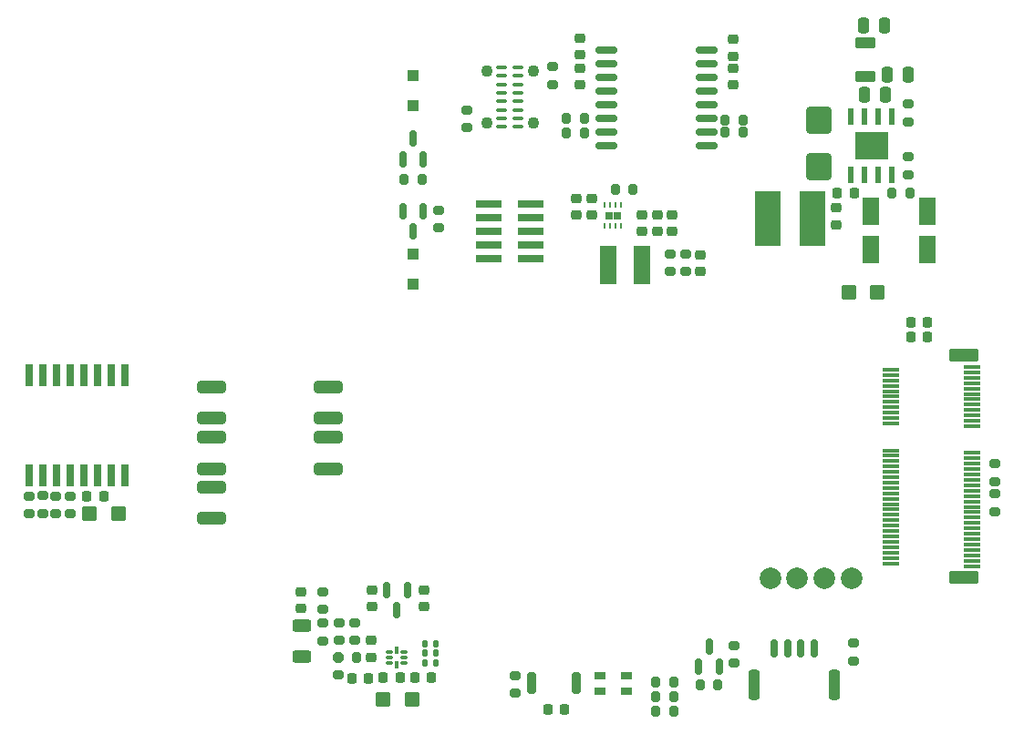
<source format=gbr>
%TF.GenerationSoftware,KiCad,Pcbnew,7.0.9*%
%TF.CreationDate,2024-05-06T20:13:39+08:00*%
%TF.ProjectId,power_monitor_v0.1,706f7765-725f-46d6-9f6e-69746f725f76,rev?*%
%TF.SameCoordinates,Original*%
%TF.FileFunction,Paste,Top*%
%TF.FilePolarity,Positive*%
%FSLAX46Y46*%
G04 Gerber Fmt 4.6, Leading zero omitted, Abs format (unit mm)*
G04 Created by KiCad (PCBNEW 7.0.9) date 2024-05-06 20:13:39*
%MOMM*%
%LPD*%
G01*
G04 APERTURE LIST*
G04 Aperture macros list*
%AMRoundRect*
0 Rectangle with rounded corners*
0 $1 Rounding radius*
0 $2 $3 $4 $5 $6 $7 $8 $9 X,Y pos of 4 corners*
0 Add a 4 corners polygon primitive as box body*
4,1,4,$2,$3,$4,$5,$6,$7,$8,$9,$2,$3,0*
0 Add four circle primitives for the rounded corners*
1,1,$1+$1,$2,$3*
1,1,$1+$1,$4,$5*
1,1,$1+$1,$6,$7*
1,1,$1+$1,$8,$9*
0 Add four rect primitives between the rounded corners*
20,1,$1+$1,$2,$3,$4,$5,0*
20,1,$1+$1,$4,$5,$6,$7,0*
20,1,$1+$1,$6,$7,$8,$9,0*
20,1,$1+$1,$8,$9,$2,$3,0*%
G04 Aperture macros list end*
%ADD10RoundRect,0.225000X-0.250000X0.225000X-0.250000X-0.225000X0.250000X-0.225000X0.250000X0.225000X0*%
%ADD11RoundRect,0.200000X-0.200000X-0.800000X0.200000X-0.800000X0.200000X0.800000X-0.200000X0.800000X0*%
%ADD12RoundRect,0.200000X0.200000X0.275000X-0.200000X0.275000X-0.200000X-0.275000X0.200000X-0.275000X0*%
%ADD13RoundRect,0.200000X-0.275000X0.200000X-0.275000X-0.200000X0.275000X-0.200000X0.275000X0.200000X0*%
%ADD14RoundRect,0.200000X0.275000X-0.200000X0.275000X0.200000X-0.275000X0.200000X-0.275000X-0.200000X0*%
%ADD15RoundRect,0.225000X-0.225000X-0.250000X0.225000X-0.250000X0.225000X0.250000X-0.225000X0.250000X0*%
%ADD16RoundRect,0.075000X-0.425000X0.075000X-0.425000X-0.075000X0.425000X-0.075000X0.425000X0.075000X0*%
%ADD17C,1.100000*%
%ADD18RoundRect,0.150000X0.150000X-0.587500X0.150000X0.587500X-0.150000X0.587500X-0.150000X-0.587500X0*%
%ADD19RoundRect,0.200000X-0.200000X-0.275000X0.200000X-0.275000X0.200000X0.275000X-0.200000X0.275000X0*%
%ADD20RoundRect,0.250000X-1.075000X0.312500X-1.075000X-0.312500X1.075000X-0.312500X1.075000X0.312500X0*%
%ADD21R,1.000000X0.800000*%
%ADD22RoundRect,0.135000X-0.135000X-0.185000X0.135000X-0.185000X0.135000X0.185000X-0.135000X0.185000X0*%
%ADD23RoundRect,0.250000X0.550000X-1.050000X0.550000X1.050000X-0.550000X1.050000X-0.550000X-1.050000X0*%
%ADD24RoundRect,0.250000X-0.250000X-0.475000X0.250000X-0.475000X0.250000X0.475000X-0.250000X0.475000X0*%
%ADD25RoundRect,0.225000X0.250000X-0.225000X0.250000X0.225000X-0.250000X0.225000X-0.250000X-0.225000X0*%
%ADD26RoundRect,0.250000X-0.450000X-0.425000X0.450000X-0.425000X0.450000X0.425000X-0.450000X0.425000X0*%
%ADD27R,2.400000X0.740000*%
%ADD28RoundRect,0.150000X-0.150000X0.587500X-0.150000X-0.587500X0.150000X-0.587500X0.150000X0.587500X0*%
%ADD29R,0.650000X0.750000*%
%ADD30R,0.250000X0.500000*%
%ADD31R,2.350000X5.100000*%
%ADD32RoundRect,0.225000X0.225000X0.250000X-0.225000X0.250000X-0.225000X-0.250000X0.225000X-0.250000X0*%
%ADD33RoundRect,0.150000X-0.875000X-0.150000X0.875000X-0.150000X0.875000X0.150000X-0.875000X0.150000X0*%
%ADD34RoundRect,0.250000X-0.300000X0.300000X-0.300000X-0.300000X0.300000X-0.300000X0.300000X0.300000X0*%
%ADD35R,1.500000X3.600000*%
%ADD36R,0.600000X1.550000*%
%ADD37R,3.100000X2.600000*%
%ADD38RoundRect,0.250000X-0.625000X0.312500X-0.625000X-0.312500X0.625000X-0.312500X0.625000X0.312500X0*%
%ADD39RoundRect,0.150000X0.150000X0.700000X-0.150000X0.700000X-0.150000X-0.700000X0.150000X-0.700000X0*%
%ADD40RoundRect,0.250000X0.250000X1.150000X-0.250000X1.150000X-0.250000X-1.150000X0.250000X-1.150000X0*%
%ADD41RoundRect,0.250000X-0.700000X0.275000X-0.700000X-0.275000X0.700000X-0.275000X0.700000X0.275000X0*%
%ADD42RoundRect,0.007500X0.267500X0.117500X-0.267500X0.117500X-0.267500X-0.117500X0.267500X-0.117500X0*%
%ADD43RoundRect,0.006000X0.269000X0.094000X-0.269000X0.094000X-0.269000X-0.094000X0.269000X-0.094000X0*%
%ADD44RoundRect,0.012000X-0.138000X0.288000X-0.138000X-0.288000X0.138000X-0.288000X0.138000X0.288000X0*%
%ADD45RoundRect,0.250000X-0.900000X1.000000X-0.900000X-1.000000X0.900000X-1.000000X0.900000X1.000000X0*%
%ADD46RoundRect,0.036000X-0.739000X0.114000X-0.739000X-0.114000X0.739000X-0.114000X0.739000X0.114000X0*%
%ADD47C,2.000000*%
%ADD48RoundRect,0.252000X-1.123000X0.348000X-1.123000X-0.348000X1.123000X-0.348000X1.123000X0.348000X0*%
%ADD49RoundRect,0.250000X0.300000X-0.300000X0.300000X0.300000X-0.300000X0.300000X-0.300000X-0.300000X0*%
%ADD50RoundRect,0.042000X-0.258000X0.988000X-0.258000X-0.988000X0.258000X-0.988000X0.258000X0.988000X0*%
G04 APERTURE END LIST*
D10*
%TO.C,C26*%
X181100000Y-83125000D03*
X181100000Y-84675000D03*
%TD*%
D11*
%TO.C,RESET1*%
X162400000Y-143000000D03*
X166600000Y-143000000D03*
%TD*%
D12*
%TO.C,R2*%
X197525000Y-97375000D03*
X195875000Y-97375000D03*
%TD*%
D13*
%TO.C,R37*%
X115800000Y-125575000D03*
X115800000Y-127225000D03*
%TD*%
%TO.C,R15*%
X146025000Y-137355000D03*
X146025000Y-139005000D03*
%TD*%
D14*
%TO.C,R13*%
X143025000Y-139030000D03*
X143025000Y-137380000D03*
%TD*%
D15*
%TO.C,C4*%
X190825000Y-97375000D03*
X192375000Y-97375000D03*
%TD*%
D16*
%TO.C,J8*%
X161160000Y-85720000D03*
X161160000Y-86510000D03*
X161160000Y-87300000D03*
X161160000Y-88090000D03*
X161160000Y-88880000D03*
X161160000Y-89670000D03*
X161160000Y-90460000D03*
X161160000Y-91250000D03*
X159640000Y-91250000D03*
X159640000Y-90460000D03*
X159640000Y-89670000D03*
X159640000Y-88880000D03*
X159640000Y-88090000D03*
X159640000Y-87300000D03*
X159640000Y-86510000D03*
X159640000Y-85720000D03*
D17*
X162550000Y-86100000D03*
X158250000Y-86100000D03*
X162550000Y-90900000D03*
X158250000Y-90900000D03*
%TD*%
D18*
%TO.C,Q2*%
X150450000Y-94237500D03*
X152350000Y-94237500D03*
X151400000Y-92362500D03*
%TD*%
D14*
%TO.C,R12*%
X143015000Y-136105000D03*
X143015000Y-134455000D03*
%TD*%
D19*
%TO.C,R6*%
X170175000Y-97100000D03*
X171825000Y-97100000D03*
%TD*%
D14*
%TO.C,R34*%
X156400000Y-91325000D03*
X156400000Y-89675000D03*
%TD*%
D20*
%TO.C,R21*%
X143500000Y-120137500D03*
X143500000Y-123062500D03*
%TD*%
D21*
%TO.C,D4*%
X171250000Y-143700000D03*
X168750000Y-143700000D03*
X168750000Y-142300000D03*
X171250000Y-142300000D03*
%TD*%
D10*
%TO.C,C7*%
X190700000Y-98800000D03*
X190700000Y-100350000D03*
%TD*%
D22*
%TO.C,R9*%
X152515000Y-141080000D03*
X153535000Y-141080000D03*
%TD*%
D19*
%TO.C,R38*%
X178075000Y-143100000D03*
X179725000Y-143100000D03*
%TD*%
D23*
%TO.C,C5*%
X193900000Y-102675000D03*
X193900000Y-99075000D03*
%TD*%
D12*
%TO.C,R23*%
X152225000Y-96100000D03*
X150575000Y-96100000D03*
%TD*%
D13*
%TO.C,R36*%
X117000000Y-125550000D03*
X117000000Y-127200000D03*
%TD*%
D24*
%TO.C,C1*%
X193250000Y-81800000D03*
X195150000Y-81800000D03*
%TD*%
D15*
%TO.C,C25*%
X163925000Y-145400000D03*
X165475000Y-145400000D03*
%TD*%
D13*
%TO.C,R39*%
X181200000Y-139475000D03*
X181200000Y-141125000D03*
%TD*%
D19*
%TO.C,R33*%
X165675000Y-90500000D03*
X167325000Y-90500000D03*
%TD*%
D23*
%TO.C,C6*%
X199200000Y-102675000D03*
X199200000Y-99075000D03*
%TD*%
D25*
%TO.C,C8*%
X152425000Y-135855000D03*
X152425000Y-134305000D03*
%TD*%
D13*
%TO.C,R41*%
X144500000Y-140575000D03*
X144500000Y-142225000D03*
%TD*%
D24*
%TO.C,C2*%
X195460000Y-86390000D03*
X197360000Y-86390000D03*
%TD*%
D14*
%TO.C,R7*%
X205400000Y-124225000D03*
X205400000Y-122575000D03*
%TD*%
D13*
%TO.C,R42*%
X205400000Y-125375000D03*
X205400000Y-127025000D03*
%TD*%
D25*
%TO.C,C14*%
X168000000Y-99475000D03*
X168000000Y-97925000D03*
%TD*%
D19*
%TO.C,R28*%
X180375000Y-90600000D03*
X182025000Y-90600000D03*
%TD*%
D26*
%TO.C,C20*%
X121400000Y-127250000D03*
X124100000Y-127250000D03*
%TD*%
D10*
%TO.C,C13*%
X174100000Y-99450000D03*
X174100000Y-101000000D03*
%TD*%
D14*
%TO.C,R32*%
X160900000Y-143925000D03*
X160900000Y-142275000D03*
%TD*%
D27*
%TO.C,J9*%
X158450000Y-98460000D03*
X162350000Y-98460000D03*
X158450000Y-99730000D03*
X162350000Y-99730000D03*
X158450000Y-101000000D03*
X162350000Y-101000000D03*
X158450000Y-102270000D03*
X162350000Y-102270000D03*
X158450000Y-103540000D03*
X162350000Y-103540000D03*
%TD*%
D28*
%TO.C,U3*%
X150875000Y-134342500D03*
X148975000Y-134342500D03*
X149925000Y-136217500D03*
%TD*%
D26*
%TO.C,C16*%
X148650000Y-144500000D03*
X151350000Y-144500000D03*
%TD*%
D13*
%TO.C,R30*%
X119600000Y-125575000D03*
X119600000Y-127225000D03*
%TD*%
D15*
%TO.C,C24*%
X197625000Y-110800000D03*
X199175000Y-110800000D03*
%TD*%
D24*
%TO.C,C3*%
X193350000Y-88300000D03*
X195250000Y-88300000D03*
%TD*%
D29*
%TO.C,U5*%
X169580000Y-99495000D03*
X170380000Y-99495000D03*
D30*
X169230000Y-100445000D03*
X169730000Y-100445000D03*
X170230000Y-100445000D03*
X170730000Y-100445000D03*
X170730000Y-98545000D03*
X170230000Y-98545000D03*
X169730000Y-98545000D03*
X169230000Y-98545000D03*
%TD*%
D13*
%TO.C,R40*%
X192300000Y-139275000D03*
X192300000Y-140925000D03*
%TD*%
D31*
%TO.C,L1*%
X184325000Y-99750000D03*
X188475000Y-99750000D03*
%TD*%
D28*
%TO.C,Q1*%
X152350000Y-99062500D03*
X150450000Y-99062500D03*
X151400000Y-100937500D03*
%TD*%
D32*
%TO.C,C17*%
X150200000Y-142480000D03*
X148650000Y-142480000D03*
%TD*%
D18*
%TO.C,Q3*%
X177950000Y-141437500D03*
X179850000Y-141437500D03*
X178900000Y-139562500D03*
%TD*%
D13*
%TO.C,R4*%
X176700000Y-103075000D03*
X176700000Y-104725000D03*
%TD*%
D15*
%TO.C,C22*%
X197625000Y-109400000D03*
X199175000Y-109400000D03*
%TD*%
D13*
%TO.C,R14*%
X144525000Y-137355000D03*
X144525000Y-139005000D03*
%TD*%
D33*
%TO.C,U7*%
X169350000Y-84155000D03*
X169350000Y-85425000D03*
X169350000Y-86695000D03*
X169350000Y-87965000D03*
X169350000Y-89235000D03*
X169350000Y-90505000D03*
X169350000Y-91775000D03*
X169350000Y-93045000D03*
X178650000Y-93045000D03*
X178650000Y-91775000D03*
X178650000Y-90505000D03*
X178650000Y-89235000D03*
X178650000Y-87965000D03*
X178650000Y-86695000D03*
X178650000Y-85425000D03*
X178650000Y-84155000D03*
%TD*%
D13*
%TO.C,R1*%
X197400000Y-89150000D03*
X197400000Y-90800000D03*
%TD*%
D10*
%TO.C,C18*%
X141025000Y-134505000D03*
X141025000Y-136055000D03*
%TD*%
D32*
%TO.C,C31*%
X147275000Y-142500000D03*
X145725000Y-142500000D03*
%TD*%
D34*
%TO.C,D3*%
X151400000Y-86500000D03*
X151400000Y-89300000D03*
%TD*%
D25*
%TO.C,C27*%
X166900000Y-87375000D03*
X166900000Y-85825000D03*
%TD*%
D32*
%TO.C,C30*%
X153100000Y-142480000D03*
X151550000Y-142480000D03*
%TD*%
D35*
%TO.C,L2*%
X169575000Y-104100000D03*
X172625000Y-104100000D03*
%TD*%
D36*
%TO.C,U4*%
X192095000Y-95675000D03*
X193365000Y-95675000D03*
X194635000Y-95675000D03*
X195905000Y-95675000D03*
X195905000Y-90275000D03*
X194635000Y-90275000D03*
X193365000Y-90275000D03*
X192095000Y-90275000D03*
D37*
X194000000Y-92975000D03*
%TD*%
D25*
%TO.C,C15*%
X166600000Y-99475000D03*
X166600000Y-97925000D03*
%TD*%
D13*
%TO.C,R29*%
X118200000Y-125575000D03*
X118200000Y-127225000D03*
%TD*%
D38*
%TO.C,R11*%
X141125000Y-137617500D03*
X141125000Y-140542500D03*
%TD*%
D10*
%TO.C,C12*%
X175500000Y-99425000D03*
X175500000Y-100975000D03*
%TD*%
D22*
%TO.C,R10*%
X152515000Y-139280000D03*
X153535000Y-139280000D03*
%TD*%
D19*
%TO.C,R26*%
X173975000Y-144200000D03*
X175625000Y-144200000D03*
%TD*%
D39*
%TO.C,J10*%
X188675000Y-139750000D03*
X187425000Y-139750000D03*
X186175000Y-139750000D03*
X184925000Y-139750000D03*
D40*
X190525000Y-143100000D03*
X183075000Y-143100000D03*
%TD*%
D19*
%TO.C,R16*%
X144500000Y-140580000D03*
X146150000Y-140580000D03*
%TD*%
D20*
%TO.C,R17*%
X132700000Y-115437500D03*
X132700000Y-118362500D03*
%TD*%
D10*
%TO.C,C29*%
X147525000Y-139005000D03*
X147525000Y-140555000D03*
%TD*%
D32*
%TO.C,C19*%
X122675000Y-125600000D03*
X121125000Y-125600000D03*
%TD*%
D19*
%TO.C,R31*%
X165675000Y-91800000D03*
X167325000Y-91800000D03*
%TD*%
D41*
%TO.C,FB1*%
X193400000Y-83425000D03*
X193400000Y-86575000D03*
%TD*%
D19*
%TO.C,R24*%
X180375000Y-91750000D03*
X182025000Y-91750000D03*
%TD*%
D20*
%TO.C,R20*%
X143500000Y-115437500D03*
X143500000Y-118362500D03*
%TD*%
D42*
%TO.C,U2*%
X150600000Y-141080000D03*
D43*
X150600000Y-140580000D03*
D42*
X150600000Y-140080000D03*
D44*
X149925000Y-139930000D03*
D42*
X149250000Y-140080000D03*
D43*
X149250000Y-140580000D03*
D42*
X149250000Y-141080000D03*
D44*
X149925000Y-141230000D03*
%TD*%
D22*
%TO.C,R8*%
X152515000Y-140180000D03*
X153535000Y-140180000D03*
%TD*%
D25*
%TO.C,C21*%
X181100000Y-87375000D03*
X181100000Y-85825000D03*
%TD*%
D20*
%TO.C,R19*%
X132700000Y-124737500D03*
X132700000Y-127662500D03*
%TD*%
D14*
%TO.C,R3*%
X197400000Y-95700000D03*
X197400000Y-94050000D03*
%TD*%
D45*
%TO.C,D1*%
X189095000Y-90625000D03*
X189095000Y-94925000D03*
%TD*%
D46*
%TO.C,U6*%
X203335000Y-113580000D03*
X195785000Y-113830000D03*
X203335000Y-114080000D03*
X195785000Y-114330000D03*
X203335000Y-114580000D03*
X195785000Y-114830000D03*
X203335000Y-115080000D03*
X195785000Y-115330000D03*
X203335000Y-115580000D03*
X195785000Y-115830000D03*
X203335000Y-116080000D03*
X195785000Y-116330000D03*
X203335000Y-116580000D03*
X195785000Y-116830000D03*
X203335000Y-117080000D03*
X195785000Y-117330000D03*
X203335000Y-117580000D03*
X195785000Y-117830000D03*
X203335000Y-118080000D03*
X195785000Y-118330000D03*
X203335000Y-118580000D03*
X195785000Y-118830000D03*
X203335000Y-119080000D03*
X195785000Y-121330000D03*
X203335000Y-121580000D03*
X195785000Y-121830000D03*
X203335000Y-122080000D03*
X195785000Y-122330000D03*
X203335000Y-122580000D03*
X195785000Y-122830000D03*
X203335000Y-123080000D03*
X195785000Y-123330000D03*
X203335000Y-123580000D03*
X195785000Y-123830000D03*
X203335000Y-124080000D03*
X195785000Y-124330000D03*
X203335000Y-124580000D03*
X195785000Y-124830000D03*
X203335000Y-125080000D03*
X195785000Y-125330000D03*
X203335000Y-125580000D03*
X195785000Y-125830000D03*
X203335000Y-126080000D03*
X195785000Y-126330000D03*
X203335000Y-126580000D03*
X195785000Y-126830000D03*
X203335000Y-127080000D03*
X195785000Y-127330000D03*
X203335000Y-127580000D03*
X195785000Y-127830000D03*
X203335000Y-128080000D03*
X195785000Y-128330000D03*
X203335000Y-128580000D03*
X195785000Y-128830000D03*
X203335000Y-129080000D03*
X195785000Y-129330000D03*
X203335000Y-129580000D03*
X195785000Y-129830000D03*
X203335000Y-130080000D03*
X195785000Y-130330000D03*
X203335000Y-130580000D03*
X195785000Y-130830000D03*
X203335000Y-131080000D03*
X195785000Y-131330000D03*
X203335000Y-131580000D03*
X195785000Y-131830000D03*
X203335000Y-132080000D03*
D47*
X192100000Y-133200000D03*
X189600000Y-133200000D03*
X187100000Y-133200000D03*
X184600000Y-133200000D03*
D48*
X202560000Y-112480000D03*
X202560000Y-133180000D03*
%TD*%
D20*
%TO.C,R18*%
X132700000Y-120137500D03*
X132700000Y-123062500D03*
%TD*%
D19*
%TO.C,R25*%
X173950000Y-142900000D03*
X175600000Y-142900000D03*
%TD*%
D10*
%TO.C,C11*%
X172700000Y-99425000D03*
X172700000Y-100975000D03*
%TD*%
D25*
%TO.C,C10*%
X178100000Y-104675000D03*
X178100000Y-103125000D03*
%TD*%
D49*
%TO.C,D2*%
X151400000Y-105900000D03*
X151400000Y-103100000D03*
%TD*%
D13*
%TO.C,R5*%
X175300000Y-103075000D03*
X175300000Y-104725000D03*
%TD*%
D26*
%TO.C,C23*%
X191850000Y-106600000D03*
X194550000Y-106600000D03*
%TD*%
D50*
%TO.C,U1*%
X124645000Y-114360000D03*
X123375000Y-114360000D03*
X122105000Y-114360000D03*
X120835000Y-114360000D03*
X119565000Y-114360000D03*
X118295000Y-114360000D03*
X117025000Y-114360000D03*
X115755000Y-114360000D03*
X115755000Y-123640000D03*
X117025000Y-123640000D03*
X118295000Y-123640000D03*
X119565000Y-123640000D03*
X120835000Y-123640000D03*
X122105000Y-123640000D03*
X123375000Y-123640000D03*
X124645000Y-123640000D03*
%TD*%
D10*
%TO.C,C28*%
X166900000Y-83025000D03*
X166900000Y-84575000D03*
%TD*%
D13*
%TO.C,R35*%
X164400000Y-85675000D03*
X164400000Y-87325000D03*
%TD*%
D19*
%TO.C,R27*%
X173975000Y-145600000D03*
X175625000Y-145600000D03*
%TD*%
D14*
%TO.C,R22*%
X153800000Y-100625000D03*
X153800000Y-98975000D03*
%TD*%
D25*
%TO.C,C9*%
X147625000Y-135855000D03*
X147625000Y-134305000D03*
%TD*%
M02*

</source>
